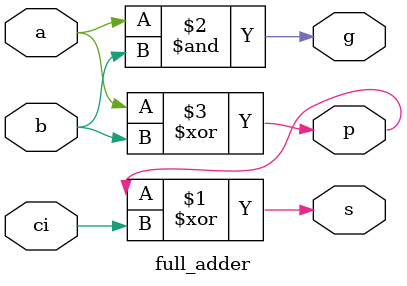
<source format=sv>
module adder(
	a, 
	b, 
	ci, 
	sum,
	N,
	Z,
	C,
	V
);

	input [31:0] a, b;
	input ci;
	output [31:0] sum;
	output N, Z, C, V;

	wire c_msb;
	wire c_30;
	wire [2:0] w_carry;

	cla_8bit CLA_8bit_01 (.a(a[7:0]), .b(b[7:0]), .ci(ci), .s(sum[7:0]), .co(w_carry[0]), .c_30());
	cla_8bit CLA_8bit_02 (.a(a[15:8]),  .b(b[15:8]),  .ci(w_carry[0]), .s(sum[15:8]), .co(w_carry[1]), .c_30());
	cla_8bit CLA_8bit_03 (.a(a[23:16]), .b(b[23:16]), .ci(w_carry[1]), .s(sum[23:16]), .co(w_carry[2]), .c_30());
	cla_8bit CLA_8bit_04 (.a(a[31:24]), .b(b[31:24]), .ci(w_carry[2]), .s(sum[31:24]), .co(c_msb), .c_30(c_30));

	assign N = sum[31];
	assign Z = (sum == 32'h0) ? 1'b1 : 1'b0;
	assign C = c_msb;
	assign V = c_msb ^ c_30;

endmodule

module cla_8bit(
	a, 
	b, 
	ci, 
	s, 
	co,
	c_30
);
	input [7:0] a, b;
	input ci;
	output [7:0] s;
	output co, c_30;

	wire [7:0] g, p;
	wire [7:0] c;

	full_adder fa0(.a(a[0]), .b(b[0]), .ci(ci), .s(s[0]), .g(g[0]), .p(p[0]));
	full_adder fa1(.a(a[1]), .b(b[1]), .ci(c[0]), .s(s[1]), .g(g[1]), .p(p[1]));
	full_adder fa2(.a(a[2]), .b(b[2]), .ci(c[1]), .s(s[2]), .g(g[2]), .p(p[2]));
	full_adder fa3(.a(a[3]), .b(b[3]), .ci(c[2]), .s(s[3]), .g(g[3]), .p(p[3]));
	full_adder fa4(.a(a[4]), .b(b[4]), .ci(c[3]), .s(s[4]), .g(g[4]), .p(p[4]));
	full_adder fa5(.a(a[5]), .b(b[5]), .ci(c[4]), .s(s[5]), .g(g[5]), .p(p[5]));
	full_adder fa6(.a(a[6]), .b(b[6]), .ci(c[5]), .s(s[6]), .g(g[6]), .p(p[6]));
	full_adder fa7(.a(a[7]), .b(b[7]), .ci(c[6]), .s(s[7]), .g(g[7]), .p(p[7]));

	cla_unit_8bit u_cla_unit(
		.g(g), 
		.p(p), 
		.ci(ci), 
		.c(c)
	);

	assign co = c[7];
	assign c_30 = c[6];

endmodule

module cla_unit_8bit(
	g, 
	p, 
	ci, 
	c
);
	input [7:0] g, p;
	input ci;
	output [7:0] c;

	assign c[0] = g[0] | (p[0]&ci);
	assign c[1] = g[1] | (p[1]&c[0]);
	assign c[2] = g[2] | (p[2]&c[1]);
	assign c[3] = g[3] | (p[3]&c[2]);   
	assign c[4] = g[4] | (p[4]&c[3]);   
	assign c[5] = g[5] | (p[5]&c[4]);   
	assign c[6] = g[6] | (p[6]&c[5]);   
	assign c[7] = g[7] | (p[7]&c[6]); 

endmodule 

module full_adder(
	a, 
	b, 
	ci, 
	s, 
	g, 
	p
);
	input a, b, ci;
	output s, g, p;

	assign s = p^ci;
	assign g = a&b;
	assign p = a^b;

endmodule

</source>
